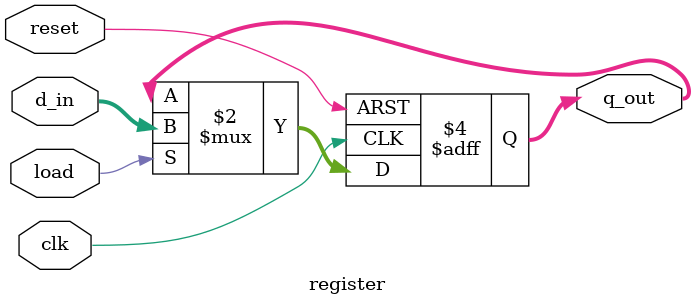
<source format=v>
module register (
    input wire clk,          // Sinal de clock
    input wire reset,        // Sinal de reset
    input wire load,         // Sinal para carregar o valor no registrador
    input wire [7:0] d_in,   // Dados de entrada (8 bits)
    output reg [7:0] q_out   // Dados de saída (8 bits)
);

    // Bloco always sensível ao clock e ao sinal de reset (reset não precisa funcionar na borda do clock)
    always @(posedge clk or posedge reset) begin
        if (reset) begin
            q_out <= 8'b0;   // Zera o registrador em caso de reset
        end else if (load) begin
            q_out <= d_in;   // Carrega o valor de entrada no registrador
        end
    end

endmodule

</source>
